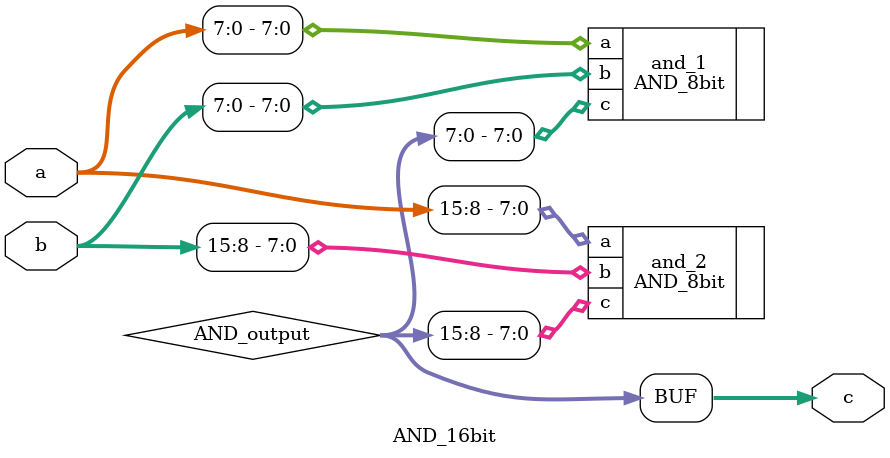
<source format=v>
`include "AND_4bit.v"

module AND_16bit(
	input wire [15:0] a,
	input wire [15:0] b,
	output wire [15:0] c
);

wire [15:0] AND_output;

AND_8bit and_1(
	.a(a[7:0]),
	.b(b[7:0]),
	.c(AND_output[7:0])
);

AND_8bit and_2(
	.a(a[15:8]),
	.b(b[15:8]),
	.c(AND_output[15:8])
);

assign c = AND_output;

endmodule

</source>
